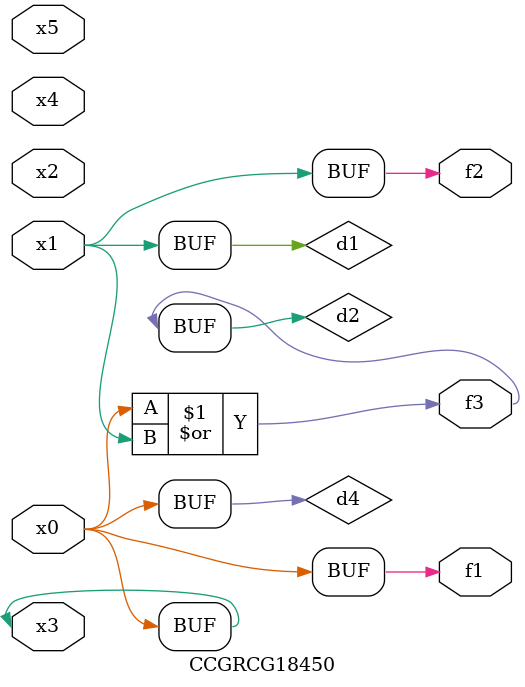
<source format=v>
module CCGRCG18450(
	input x0, x1, x2, x3, x4, x5,
	output f1, f2, f3
);

	wire d1, d2, d3, d4;

	and (d1, x1);
	or (d2, x0, x1);
	nand (d3, x0, x5);
	buf (d4, x0, x3);
	assign f1 = d4;
	assign f2 = d1;
	assign f3 = d2;
endmodule

</source>
